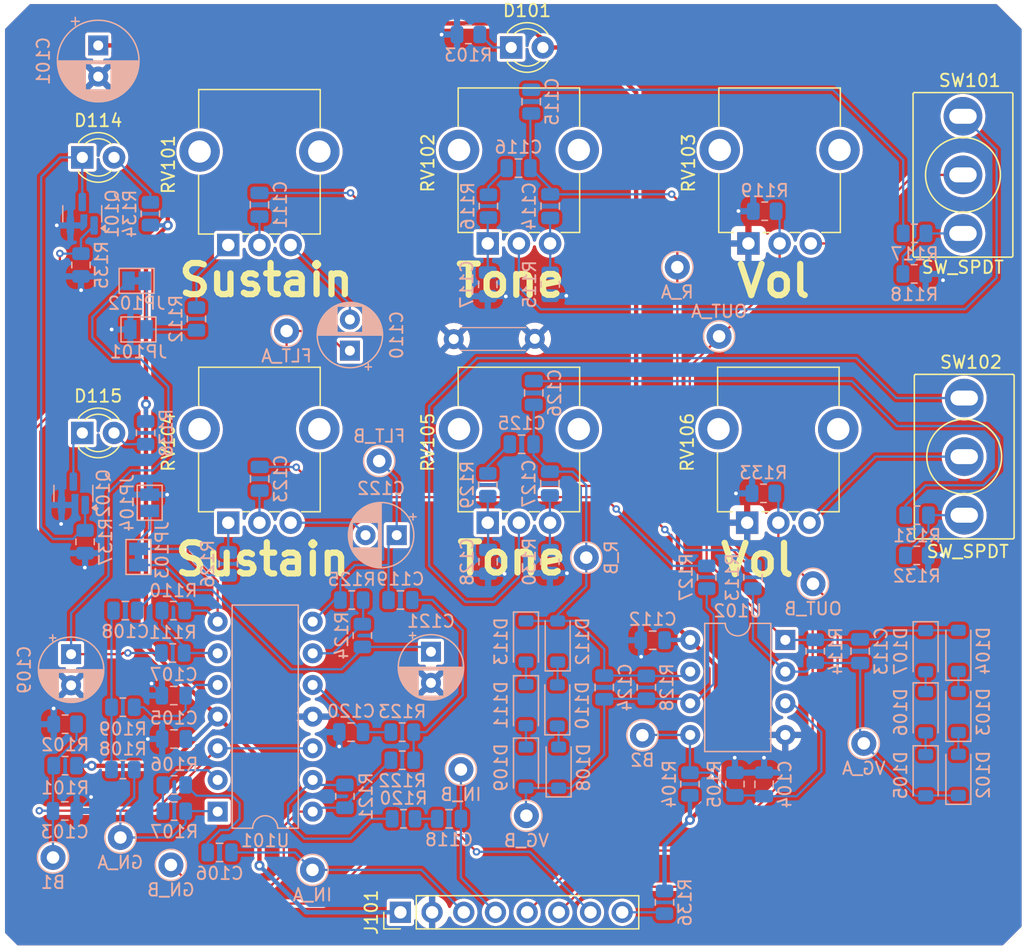
<source format=kicad_pcb>
(kicad_pcb (version 20240108) (generator "pcbnew") (generator_version "8.0")
  (layers (0 "F.Cu" signal) (31 "B.Cu" signal) (34 "B.Paste" user) (35 "F.Paste" user) (36 "B.SilkS" user "B.Silkscreen") (37 "F.SilkS" user "F.Silkscreen") (38 "B.Mask" user) (39 "F.Mask" user) (44 "Edge.Cuts" user))
  (net 0 "")
  (net 1 "/Bias1")
  (net 2 "/Bias2")
  (net 3 "Net-(C106-Pad1)")
  (net 4 "FX_IN_A")
  (net 5 "Net-(C108-Pad1)")
  (net 6 "+9V")
  (net 7 "Net-(JP102-A)")
  (net 8 "Net-(C110-Pad2)")
  (net 9 "Net-(D109-K)")
  (net 10 "Net-(C111-Pad2)")
  (net 11 "Net-(C111-Pad1)")
  (net 12 "/RAW_A")
  (net 13 "/FLT_A")
  (net 14 "/HP_A")
  (net 15 "Net-(C115-Pad2)")
  (net 16 "Net-(C116-Pad2)")
  (net 17 "/LP_A")
  (net 18 "Net-(C118-Pad1)")
  (net 19 "FX_IN_B")
  (net 20 "Net-(C119-Pad1)")
  (net 21 "/VGND_A")
  (net 22 "Net-(U101C-+)")
  (net 23 "GND")
  (net 24 "Net-(U101B-+)")
  (net 25 "Net-(D105-K)")
  (net 26 "Net-(JP103-A)")
  (net 27 "Net-(C122-Pad2)")
  (net 28 "Net-(D101-K)")
  (net 29 "Net-(D102-A)")
  (net 30 "Net-(C123-Pad2)")
  (net 31 "Net-(C123-Pad1)")
  (net 32 "/RAW_B")
  (net 33 "/FLT_B")
  (net 34 "Net-(C125-Pad2)")
  (net 35 "Net-(U101A--)")
  (net 36 "Net-(U101B--)")
  (net 37 "Net-(C126-Pad2)")
  (net 38 "/HP_B")
  (net 39 "/LP_B")
  (net 40 "Net-(D103-A)")
  (net 41 "Net-(D106-K)")
  (net 42 "Net-(D108-A)")
  (net 43 "Net-(D110-A)")
  (net 44 "Net-(D111-K)")
  (net 45 "Net-(D114-K)")
  (net 46 "Net-(D114-A)")
  (net 47 "Net-(D115-K)")
  (net 48 "Net-(D115-A)")
  (net 49 "FX_OUT_B")
  (net 50 "FX_OUT_A")
  (net 51 "/VGND_B")
  (net 52 "Net-(JP101-B)")
  (net 53 "Net-(JP103-B)")
  (net 54 "SW_MID")
  (net 55 "/Gain_A")
  (net 56 "Net-(R112-Pad1)")
  (net 57 "/BYP_A")
  (net 58 "Net-(U101D--)")
  (net 59 "/Gain_B")
  (net 60 "Net-(U101C--)")
  (net 61 "Net-(R126-Pad1)")
  (net 62 "/BYP_B")
  (net 63 "SW_T")
  (net 64 "Net-(SW101-A)")
  (net 65 "/FULL_A")
  (net 66 "Net-(SW102-A)")
  (net 67 "/FULL_B")
  (footprint "Connector_PinHeader_2.54mm:PinHeader_1x08_P2.54mm_Vertical" (layer "F.Cu") (at 36.2 -1.65 90)
    (property "Reference" "J101")
    (property "Value" "IO")
  )
  (footprint "PCM_4ms_Switch:Switch_Toggle_SPDT_Mini_SolderLug" (layer "F.Cu") (at 81.4 -38.2)
    (property "Reference" "SW102")
    (property "Value" "SW_SPDT")
  )
  (footprint "Potentiometer_THT:Potentiometer_Alpha_RD901F-40-00D_Single_Vertical_CircularHoles" (layer "F.Cu") (at 43.2 -32.9 90)
    (property "Reference" "RV105")
    (property "Value" "10kB")
  )
  (footprint "Potentiometer_THT:Potentiometer_Alpha_RD901F-40-00D_Single_Vertical_CircularHoles" (layer "F.Cu") (at 43.2 -55.3 90)
    (property "Reference" "RV102")
    (property "Value" "10kB")
  )
  (footprint "PCM_4ms_Switch:Switch_Toggle_SPDT_Mini_SolderLug" (layer "F.Cu") (at 81.3 -60.8)
    (property "Reference" "SW101")
    (property "Value" "SW_SPDT")
  )
  (footprint "LED_THT:LED_D3.0mm" (layer "F.Cu") (at 10.7 -40.1)
    (property "Reference" "D115")
    (property "Value" "GREEN")
  )
  (footprint "Potentiometer_THT:Potentiometer_Alpha_RD901F-40-00D_Single_Vertical_CircularHoles" (layer "F.Cu") (at 22.4 -55.175 90)
    (property "Reference" "RV101")
    (property "Value" "10kB")
  )
  (footprint "Potentiometer_THT:Potentiometer_Alpha_RD901F-40-00D_Single_Vertical_CircularHoles" (layer "F.Cu") (at 64.1 -55.3 90)
    (property "Reference" "RV103")
    (property "Value" "100kA")
  )
  (footprint "Potentiometer_THT:Potentiometer_Alpha_RD901F-40-00D_Single_Vertical_CircularHoles" (layer "F.Cu") (at 64 -32.9 90)
    (property "Reference" "RV106")
    (property "Value" "100kA")
  )
  (footprint "Potentiometer_THT:Potentiometer_Alpha_RD901F-40-00D_Single_Vertical_CircularHoles" (layer "F.Cu") (at 22.4 -32.9 90)
    (property "Reference" "RV104")
    (property "Value" "10kB")
  )
  (footprint "LED_THT:LED_D3.0mm" (layer "F.Cu") (at 10.7 -62.2)
    (property "Reference" "D114")
    (property "Value" "BLUE")
  )
  (footprint "LED_THT:LED_D3.0mm" (layer "F.Cu") (at 45.08 -71.0184)
    (property "Reference" "D101")
    (property "Value" "RED")
  )
  (footprint "Resistor_SMD:R_0805_2012Metric" (layer "B.Cu") (at 9.3218 -13.4112)
    (property "Reference" "R101")
    (property "Value" "220k")
  )
  (footprint "Resistor_SMD:R_0805_2012Metric" (layer "B.Cu") (at 59.4106 -11.938 -90)
    (property "Reference" "R104")
    (property "Value" "820k")
  )
  (footprint "TestPoint:TestPoint_THTPad_D2.0mm_Drill1.0mm_VAL" (layer "B.Cu") (at 17.8 -5.45 180)
    (property "Reference" "TP109" (hide yes))
    (property "Value" "GN_B")
  )
  (footprint "Resistor_SMD:R_0805_2012Metric" (layer "B.Cu") (at 77.4192 -56.1086)
    (property "Reference" "R117")
    (property "Value" "47k")
  )
  (footprint "TestPoint:TestPoint_THTPad_D2.0mm_Drill1.0mm_VAL" (layer "B.Cu") (at 55.6 -15.85 180)
    (property "Reference" "TP105" (hide yes))
    (property "Value" "B2")
  )
  (footprint "Capacitor_SMD:C_0805_2012Metric" (layer "B.Cu") (at 65.3542 -11.9126 90)
    (property "Reference" "C104")
    (property "Value" "220n")
  )
  (footprint "Resistor_SMD:R_0805_2012Metric" (layer "B.Cu") (at 36.45 -9.15 180)
    (property "Reference" "R120")
    (property "Value" "56k")
  )
  (footprint "Diode_SMD:D_SOD-123" (layer "B.Cu") (at 46.267 -23.372399 -90)
    (property "Reference" "D113")
    (property "Value" "1N4148")
  )
  (footprint "Capacitor_SMD:C_0805_2012Metric" (layer "B.Cu") (at 21.7 -6.45)
    (property "Reference" "C106")
    (property "Value" "150n")
  )
  (footprint "Capacitor_SMD:C_0805_2012Metric" (layer "B.Cu") (at 52.5408 -19.689399 90)
    (property "Reference" "C124")
    (property "Value" "330p")
  )
  (footprint "Resistor_SMD:R_0805_2012Metric" (layer "B.Cu") (at 60.7568 -28.5242 -90)
    (property "Reference" "R127")
    (property "Value" "8k2")
  )
  (footprint "Resistor_SMD:R_0805_2012Metric" (layer "B.Cu") (at 65.405 -57.8866 180)
    (property "Reference" "R119")
    (property "Value" "100k")
  )
  (footprint "Capacitor_THT:CP_Radial_D5.0mm_P2.50mm" (layer "B.Cu") (at 38.65 -22.55 -90)
    (property "Reference" "C121")
    (property "Value" "10u")
  )
  (footprint "Resistor_SMD:R_0805_2012Metric" (layer "B.Cu") (at 32.3 -26.7 180)
    (property "Reference" "R125")
    (property "Value" "560k")
  )
  (footprint "Diode_SMD:D_SOD-123" (layer "B.Cu") (at 80.931 -22.619998 90)
    (property "Reference" "D104")
    (property "Value" "1N4148")
  )
  (footprint "TestPoint:TestPoint_THTPad_D2.0mm_Drill1.0mm_VAL" (layer "B.Cu") (at 51.1 -30.1 -90)
    (property "Reference" "TP113" (hide yes))
    (property "Value" "R_B")
  )
  (footprint "Resistor_SMD:R_0805_2012Metric" (layer "B.Cu") (at 22.4 -29.6 -90)
    (property "Reference" "R126")
    (property "Value" "47R")
  )
  (footprint "Resistor_SMD:R_0805_2012Metric" (layer "B.Cu") (at 48.2092 -52.0192 -90)
    (property "Reference" "R115")
    (property "Value" "1k2")
  )
  (footprint "Capacitor_THT:CP_Radial_D5.0mm_P2.50mm" (layer "B.Cu") (at 9.8 -22.355113 -90)
    (property "Reference" "C109")
    (property "Value" "10u")
  )
  (footprint "Resistor_SMD:R_0805_2012Metric" (layer "B.Cu") (at 18.07 -11.865 180)
    (property "Reference" "R106")
    (property "Value" "56k")
  )
  (footprint "Diode_SMD:D_SOD-123" (layer "B.Cu") (at 48.807 -23.372398 90)
    (property "Reference" "D112")
    (property "Value" "1N4148")
  )
  (footprint "TestPoint:TestPoint_THTPad_D2.0mm_Drill1.0mm_VAL" (layer "B.Cu") (at 13.75 -7.65 180)
    (property "Reference" "TP101" (hide yes))
    (property "Value" "GN_A")
  )
  (footprint "Diode_SMD:D_SOD-123" (layer "B.Cu") (at 78.306 -12.644999 -90)
    (property "Reference" "D105")
    (property "Value" "1N4148")
  )
  (footprint "Capacitor_SMD:C_0805_2012Metric" (layer "B.Cu") (at 32.25 -16.1 180)
    (property "Reference" "C120")
    (property "Value" "10n")
  )
  (footprint "Capacitor_SMD:C_0805_2012Metric" (layer "B.Cu") (at 45.9232 -39.1922 180)
    (property "Reference" "C125")
    (property "Value" "1u")
  )
  (footprint "Capacitor_SMD:C_0805_2012Metric" (layer "B.Cu") (at 43.2308 -29.7688 -90)
    (property "Reference" "C128")
    (property "Value" "100n")
  )
  (footprint "Diode_SMD:D_SOD-123" (layer "B.Cu") (at 48.8832 -13.263199 90)
    (property "Reference" "D108")
    (property "Value" "1N4148")
  )
  (footprint "Package_TO_SOT_SMD:SOT-23" (layer "B.Cu") (at 10.6934 -57.6834 90)
    (property "Reference" "Q101")
    (property "Value" "2N7002")
  )
  (footprint "Capacitor_SMD:C_0805_2012Metric" (layer "B.Cu") (at 48.1838 -36.0426 -90)
    (property "Reference" "C127")
    (property "Value" "100n")
  )
  (footprint "Resistor_SMD:R_0805_2012Metric" (layer "B.Cu") (at 33.15 -23.85 -90)
    (property "Reference" "R124")
    (property "Value" "62k")
  )
  (footprint "Jumper:SolderJumper-2_P1.3mm_Bridged_Pad1.0x1.5mm" (layer "B.Cu") (at 15.05 -52.3)
    (property "Reference" "JP102")
    (property "Value" "FAC_A")
  )
  (footprint "Resistor_SMD:R_0805_2012Metric" (layer "B.Cu") (at 48.1838 -29.7688 -90)
    (property "Reference" "R130")
    (property "Value" "1k2")
  )
  (footprint "Capacitor_THT:CP_Radial_D5.0mm_P2.50mm" (layer "B.Cu") (at 32.15 -46.7 90)
    (property "Reference" "C110")
    (property "Value" "10u")
  )
  (footprint "Capacitor_SMD:C_0805_2012Metric" (layer "B.Cu") (at 46.8884 -43.307 90)
    (property "Reference" "C126")
    (property "Value" "150n")
  )
  (footprint "Diode_SMD:D_SOD-123" (layer "B.Cu") (at 48.7816 -18.241598 90)
    (property "Reference" "D110")
    (property "Value" "1N4148")
  )
  (footprint "Capacitor_SMD:C_0805_2012Metric" (layer "B.Cu") (at 43.2054 -52.0192 -90)
    (property "Reference" "C117")
    (property "Value" "100n")
  )
  (footprint "Capacitor_SMD:C_0805_2012Metric" (layer "B.Cu") (at 46.6852 -66.675 90)
    (property "Reference" "C115")
    (property "Value" "150n")
  )
  (footprint "Package_DIP:DIP-8_W7.62mm" (layer "B.Cu") (at 67.056 -23.494999 180)
    (property "Reference" "U102")
    (property "Value" "RC4558")
  )
  (footprint "TestPoint:TestPoint_THTPad_D2.0mm_Drill1.0mm_VAL" (layer "B.Cu") (at 73.35 -15.2 180)
    (property "Reference" "TP106" (hide yes))
    (property "Value" "VG_A")
  )
  (footprint "Resistor_SMD:R_0805_2012Metric" (layer "B.Cu") (at 43.2562 -58.293 -90)
    (property "Reference" "R116")
    (property "Value" "6k8")
  )
  (footprint "Resistor_SMD:R_0805_2012Metric" (layer "B.Cu") (at 65.3034 -35.2552 180)
    (property "Reference" "R133")
    (property "Value" "100k")
  )
  (footprint "Jumper:SolderJumper-2_P1.3mm_Open_Pad1.0x1.5mm" (layer "B.Cu") (at 16.1 -34.5 -90)
    (property "Reference" "JP104")
    (property "Value" "MOD_B")
  )
  (footprint "Resistor_SMD:R_0805_2012Metric" (layer "B.Cu") (at 64.4652 -28.5242 -90)
    (property "Reference" "R113")
    (property "Value" "8k2")
  )
  (footprint "Resistor_SMD:R_0805_2012Metric" (layer "B.Cu") (at 18.07 -9.765)
    (property "Reference" "R107")
    (property "Value" "330k")
  )
  (footprint "Capacitor_SMD:C_0805_2012Metric" (layer "B.Cu") (at 24.9 -58.4 90)
    (property "Reference" "C111")
    (property "Value" "1u")
  )
  (footprint "Diode_SMD:D_SOD-123" (layer "B.Cu") (at 46.267 -13.263199 -90)
    (property "Reference" "D109")
    (property "Value" "1N4148")
  )
  (footprint "Resistor_SMD:R_0805_2012Metric" (layer "B.Cu") (at 19.85 -49.25 -90)
    (property "Reference" "R112")
    (property "Value" "47R")
  )
  (footprint "Resistor_SMD:R_0805_2012Metric" (layer "B.Cu") (at 77.3938 -52.8574)
    (property "Reference" "R118")
    (property "Value" "47k")
  )
  (footprint "Resistor_SMD:R_0805_2012Metric" (layer "B.Cu") (at 77.6224 -33.5026)
    (property "Reference" "R131")
    (property "Value" "47k")
  )
  (footprint "Diode_SMD:D_SOD-123" (layer "B.Cu") (at 80.931 -12.669999 90)
    (property "Reference" "D102")
    (property "Value" "1N4148")
  )
  (footprint "Resistor_SMD:R_0805_2012Metric" (layer "B.Cu") (at 10.5918 -53.5686 90)
    (property "Reference" "R135")
    (property "Value" "47k")
  )
  (footprint "Capacitor_SMD:C_0805_2012Metric" (layer "B.Cu") (at 36.2 -26.7 180)
    (property "Reference" "C119")
    (property "Value" "4n7")
  )
  (footprint "Resistor_SMD:R_0805_2012Metric" (layer "B.Cu") (at 69.456 -22.594999 90)
    (property "Reference" "R114")
    (property "Value" "470k")
  )
  (footprint "Capacitor_SMD:C_0805_2012Metric" (layer "B.Cu") (at 9.2964 -9.779)
    (property "Reference" "C103")
    (property "Value" "10u")
  )
  (footprint "TestPoint:TestPoint_THTPad_D2.0mm_Drill1.0mm_VAL" (layer "B.Cu") (at 34.5 -37.85)
    (property "Reference" "TP111" (hide yes))
    (property "Value" "FLT_B")
  )
  (footprint "Resistor_SMD:R_0805_2012Metric" (layer "B.Cu") (at 63.0174 -11.938 -90)
    (property "Reference" "R105")
    (property "Value" "1M")
  )
  (footprint "Resistor_SMD:R_0805_2012Metric" (layer "B.Cu") (at 10.922 -31.369 90)
    (property "Reference" "R137")
    (property "Value" "47k")
  )
  (footprint "Diode_SMD:D_SOD-123" (layer "B.Cu") (at 78.306 -17.694999 -90)
    (property "Reference" "D106")
    (property "Value" "1N4148")
  )
  (footprint "Capacitor_SMD:C_0805_2012Metric" (layer "B.Cu") (at 56.427 -23.473999 180)
    (property "Reference" "C112")
    (property "Value" "100n")
  )
  (footprint "TestPoint:TestPoint_THTPad_D2.0mm_Drill1.0mm_VAL" (layer "B.Cu") (at 58.4 -53.4 180)
    (property "Reference" "TP103" (hide yes))
    (property "Value" "R_A")
  )
  (footprint "Resistor_SMD:R_0805_2012Metric" (layer "B.Cu") (at 15.7734 -40.1066 90)
    (property "Reference" "R138")
    (property "Value" "3k3")
  )
  (footprint "TestPoint:TestPoint_THTPad_D2.0mm_Drill1.0mm_VAL" (layer "B.Cu") (at 69.275 -28 180)
    (property "Reference" "TP114" (hide yes))
    (property "Value" "OUT_B")
  )
  (footprint "Resistor_SMD:R_0805_2012Metric" (layer "B.Cu") (at 16.1544 -57.6834 -90)
    (property "Reference" "R134")
    (property "Value" "3k3")
  )
  (footprint "TestPoint:TestPoint_THTPad_D2.0mm_Drill1.0mm_VAL" (layer "B.Cu") (at 27.075 -48.275 180)
    (property "Reference" "TP102" (hide yes))
    (property "Value" "FLT_A")
  )
  (footprint "Resistor_SMD:R_0805_2012Metric" (layer "B.Cu") (at 36.35 -13.85)
    (property "Reference" "R122")
    (property "Value" "10k")
  )
  (footprint "Capacitor_SMD:C_0805_2012Metric" (layer "B.Cu") (at 18.05 -15.55 180)
    (property "Reference" "C105")
    (property "Value" "100n")
  )
  (footprint "Capacitor_THT:CP_Radial_D6.3mm_P2.50mm" (layer "B.Cu") (at 11.975 -71.18238 -90)
    (property "Reference" "C101")
    (property "Value" "100u")
  )
  (footprint "TestPoint:TestPoint_THTPad_D2.0mm_Drill1.0mm_VAL" (layer "B.Cu") (at 8.35 -6.05 180)
    (property "Reference" "TP104" (hide yes))
    (property "Value" "B1")
  )
  (footprint "Capacitor_SMD:C_0805_2012Metric" (layer "B.Cu") (at 40.1 -9.15)
    (property "Reference" "C118")
    (property "Value" "150n")
  )
  (footprint "Package_TO_SOT_SMD:SOT-23" (layer "B.Cu") (at 9.9822 -35.2552 90)
    (property "Reference" "Q102")
    (property "Value" "2N7002")
  )
  (footprint "Jumper:SolderJumper-2_P1.3mm_Bridged_Pad1.0x1.5mm" (layer "B.Cu") (at 15.2 -30.15 90)
    (property "Reference" "JP103")
    (property "Value" "FAC_B")
  )
  (footprint "Resistor_SMD:R_0805_2012Metric" (layer "B.Cu") (at 31.75 -10.95 -90)
    (property "Reference" "R121")
    (property "Value" "330k")
  )
  (footprint "Capacitor_THT:CP_Radial_D5.0mm_P2.50mm" (layer "B.Cu") (at 35.905113 -31.9 180)
    (property "Reference" "C122")
    (property "Value" "10u")
  )
  (footprint "Capacitor_SMD:C_0805_2012Metric" (layer "B.Cu") (at 24.9174 -36.4236 90)
    (property "Reference" "C123")
    (property "Value" "1u")
  )
  (footprint "Package_DIP:DIP-14_W7.62mm" (layer "B.Cu") (at 21.55 -9.725)
    (property "Reference" "U101")
    (property "Value" "LM324")
  )
  (footprint "Resistor_SMD:R_0805_2012Metric" (layer "B.Cu") (at 17.95 -22.45 180)
    (property "Reference" "R111")
    (property "Value" "62k")
  )
  (footprint "Jumper:SolderJumper-2_P1.3mm_Open_Pad1.0x1.5mm" (layer "B.Cu") (at 15.2 -48.4)
    (property "Reference" "JP101")
    (property "Value" "MOD_A")
  )
  (footprint "TestPoint:TestPoint_THTPad_D2.0mm_Drill1.0mm_VAL" (layer "B.Cu") (at 29.15 -5.05 180)
    (property "Reference" "TP107" (hide yes))
    (property "Value" "IN_A")
  )
  (footprint "Capacitor_SMD:C_0805_2012Metric" (layer "B.Cu") (at 45.6692 -61.341 180)
    (property "Reference" "C116")
    (property "Value" "1u")
  )
  (footprint "TestPoint:TestPoint_THTPad_D2.0mm_Drill1.0mm_VAL" (layer "B.Cu") (at 46.3 -9.4 180)
    (property "Reference" "TP110" (hide yes))
    (property "Value" "VG_B")
  )
  (footprint "Connector:THT_GND_WIRE" (layer "B.Cu") (at 43.55 -47.65 180)
    (property "Reference" "J102" (hide yes))
    (property "Value" "ScopeGroundLoop")
  )
  (footprint "Resistor_SMD:R_0805_2012Metric" (layer "B.Cu") (at 43.2054 -35.941 -90)
    (property "Reference" "R129")
    (property "Value" "6k8")
  )
  (footprint "Resistor_SMD:R_0805_2012Metric" (layer "B.Cu") (at 77.597 -30.2768)
    (property "Reference" "R132")
    (property "Value" "47k")
  )
  (footprint "Capacitor_SMD:C_0805_2012Metric" (layer "B.Cu") (at 73.056 -22.594999 90)
    (property "Reference" "C113")
    (property "Value" "330p")
  )
  (footprint "Capacitor_SMD:C_0805_2012Metric" (layer "B.Cu") (at 18.03 -19.035 180)
    (property "Reference" "C107")
    (property "Value" "10n")
  )
  (footprint "Resistor_SMD:R_0805_2012Metric" (layer "B.Cu") (at 57.3722 -2.4456 90)
    (property "Reference" "R136")
    (property "Value" "3k3")
  )
  (footprint "TestPoint:TestPoint_THTPad_D2.0mm_Drill1.0mm_VAL" (layer "B.Cu") (at 41.05 -13.1 180)
    (property "Reference" "TP112" (hide yes))
    (property "Value" "IN_B")
  )
  (footprint "Diode_SMD:D_SOD-123" (layer "B.Cu") (at 78.306 -22.594999 -90)
    (property "Reference" "D107")
    (property "Value" "1N4148")
  )
  (footprint "Capacitor_SMD:C_0805_2012Metric" (layer "B.Cu") (at 48.2092 -58.293 -90)
    (property "Reference" "C114")
    (property "Value" "100n")
  )
  (footprint "Resistor_SMD:R_0805_2012Metric" (layer "B.Cu") (at 13.95 -13.1 180)
    (property "Reference" "R108")
    (property "Value" "10k")
  )
  (footprint "Diode_SMD:D_SOD-123" (layer "B.Cu") (at 46.267 -18.266999 -90)
    (property "Reference" "D111")
    (property "Value" "1N4148")
  )
  (footprint "Resistor_SMD:R_0805_2012Metric" (layer "B.Cu") (at 18 -25.85)
    (property "Reference" "R110")
    (property "Value" "560k")
  )
  (footprint "Resistor_SMD:R_0805_2012Metric" (layer "B.Cu") (at 13.95 -18.1)
    (property "Reference" "R109")
    (property "Value" "47k")
  )
  (footprint "Resistor_SMD:R_0805_2012Metric" (layer "B.Cu") (at 55.919 -19.689399 90)
    (property "Reference" "R128")
    (property "Value" "470k")
  )
  (footprint "Resistor_SMD:R_0805_2012Metric" (layer "B.Cu") (at 36.35 -16.1 180)
    (property "Reference" "R123")
    (property "Value" "47k")
  )
  (footprint "Diode_SMD:D_SOD-123" (layer "B.Cu") (at 80.931 -17.719999 90)
    (property "Reference" "D103")
    (property "Value" "1N4148")
  )
  (footprint "TestPoint:TestPoint_THTPad_D2.0mm_Drill1.0mm_VAL" (layer "B.Cu") (at 61.75 -47.85)
    (property "Reference" "TP108" (hide yes))
    (property "Value" "OUT_A")
  )
  (footprint "Resistor_SMD:R_0805_2012Metric" (layer "B.Cu") (at 41.651 -72.0598)
    (property "Reference" "R103")
    (property "Value" "3k3")
  )
  (footprint "Capacitor_SMD:C_0805_2012Metric" (layer "B.Cu") (at 14.15 -25.85)
    (property "Reference" "C108")
    (property "Value" "4n7")
  )
  (footprint "Resistor_SMD:R_0805_2012Metric" (layer "B.Cu") (at 9.3218 -16.7386)
    (property "Reference" "R102")
    (property "Value" "220k")
  )
  (gr_text "Tone" (at 40.5 -28.575 0) (layer "F.SilkS") (effects (font (size 2.5 2.5) (thickness 0.5) (bold yes)) (justify left bottom)))
  (gr_text "Vol" (at 61.625 -28.45 0) (layer "F.SilkS") (effects (font (size 2.5 2.5) (thickness 0.5) (bold yes)) (justify left bottom)))
  (gr_text "Sustain" (at 18.2 -50.9 0) (layer "F.SilkS") (effects (font (size 2.5 2.5) (thickness 0.5) (bold yes)) (justify left bottom)))
  (gr_text "Tone" (at 40.4 -50.85 0) (layer "F.SilkS") (effects (font (size 2.5 2.5) (thickness 0.5) (bold yes)) (justify left bottom)))
  (gr_text "Vol" (at 62.925 -50.825 0) (layer "F.SilkS") (effects (font (size 2.5 2.5) (thickness 0.5) (bold yes)) (justify left bottom)))
  (gr_text "Sustain" (at 17.9 -28.5 0) (layer "F.SilkS") (effects (font (size 2.5 2.5) (thickness 0.5) (bold yes)) (justify left bottom)))
  (segment (start 21.55 -14.804999) (end 16.545001 -9.8) (width 0.18) (layer "F.Cu") (net 1))
  (segment (start 16.545001 -9.8) (end 7.25 -9.8) (width 0.18) (layer "F.Cu") (net 1))
  (via (at 7.25 -9.8) (size 0.6) (drill 0.3) (layers "F.Cu" "B.Cu") (net 1))
  (segment (start 29.169999 -14.804999) (end 29.17 -14.805) (width 0.18) (layer "B.Cu") (net 1))
  (segment (start 8.346401 -9.779) (end 8.346401 -13.348301) (width 0.18) (layer "B.Cu") (net 1))
  (segment (start 8.346401 -13.348301) (end 8.4093 -13.4112) (width 0.18) (layer "B.Cu") (net 1))
  (segment (start 8.325401 -9.8) (end 8.346401 -9.779) (width 0.18) (layer "B.Cu") (net 1))
  (segment (start 21.55 -14.804999) (end 29.169999 -14.804999) (width 0.18) (layer "B.Cu") (net 1))
  (segment (start 8.4093 -13.6593) (end 10.2343 -15.4843) (width 0.18) (layer "B.Cu") (net 1))
  (segment (start 7.25 -9.8) (end 8.325401 -9.8) (width 0.18) (layer "B.Cu") (net 1))
  (segment (start 10.2343 -15.4843) (end 10.2343 -16.7386) (width 0.18) (layer "B.Cu") (net 1))
  (segment (start 8.346401 -6.203599) (end 8.346401 -9.779) (width 0.18) (layer "B.Cu") (net 1))
  (segment (start 8.35 -6.2) (end 8.346401 -6.203599) (width 0.18) (layer "B.Cu") (net 1))
  (segment (start 8.4093 -13.4112) (end 8.4093 -13.6593) (width 0.18) (layer "B.Cu") (net 1))
  (segment (start 8.35 -6.05) (end 8.35 -6.2) (width 0.18) (layer "B.Cu") (net 1))
  (segment (start 59.4106 -12.8505) (end 59.4106 -15.849599) (width 0.18) (layer "B.Cu") (net 2))
  (segment (start 63.0174 -11.0255) (end 65.291301 -11.0255) (width 0.18) (layer "B.Cu") (net 2))
  (segment (start 59.4106 -12.8505) (end 61.1924 -12.8505) (width 0.18) (layer "B.Cu") (net 2))
  (segment (start 69.95 -16.1) (end 67.635 -18.415) (width 0.18) (layer "B.Cu") (net 2))
  (segment (start 67.635 -18.415) (end 67.056 -18.415) (width 0.18) (layer "B.Cu") (net 2))
  (segment (start 65.3542 -10.962601) (end 67.962601 -10.962601) (width 0.18) (layer "B.Cu") (net 2))
  (segment (start 65.291301 -11.0255) (end 65.3542 -10.962601) (width 0.18) (layer "B.Cu") (net 2))
  (segment (start 59.436 -15.874999) (end 55.624999 -15.874999) (width 0.18) (layer "B.Cu") (net 2))
  (segment (start 55.624999 -15.874999) (end 55.6 -15.85) (width 0.18) (layer "B.Cu") (net 2))
  (segment (start 69.95 -12.95) (end 69.95 -16.1) (width 0.18) (layer "B.Cu") (net 2))
  (segment (start 59.4106 -15.849599) (end 59.436 -15.874999) (width 0.18) (layer "B.Cu") (net 2))
  (segment (start 67.962601 -10.962601) (end 69.95 -12.95) (width 0.18) (layer "B.Cu") (net 2))
  (segment (start 61.1924 -12.8505) (end 63.0174 -11.0255) (width 0.18) (layer "B.Cu") (net 2))
  (segment (start 23.3 -10.4) (end 23.3 -9.15) (width 0.18) (layer "B.Cu") (net 3))
  (segment (start 20.750001 -7.250001) (end 20.750001 -6.45) (width 0.18) (layer "B.Cu") (net 3))
  (segment (start 23.3 -9.15) (end 22.4 -8.25) (width 0.18) (layer "B.Cu") (net 3))
  (segment (start 18.9825 -11.865) (end 19.8475 -11) (width 0.18) (layer "B.Cu") (net 3))
  (segment (start 19.8475 -11) (end 22.7 -11) (width 0.18) (layer "B.Cu") (net 3))
  (segment (start 22.4 -8.25) (end 21.75 -8.25) (width 0.18) (layer "B.Cu") (net 3))
  (segment (start 21.75 -8.25) (end 20.750001 -7.250001) (width 0.18) (layer "B.Cu") (net 3))
  (segment (start 22.7 -11) (end 23.3 -10.4) (width 0.18) (layer "B.Cu") (net 3))
  (segment (start 38.239999 -4.689999) (end 41.279999 -1.65) (width 0.18) (layer "B.Cu") (net 4))
  (segment (start 29.15 -5.05) (end 37.879998 -5.05) (width 0.18) (layer "B.Cu") (net 4))
  (segment (start 22.649999 -6.45) (end 27.75 -6.45) (width 0.18) (layer "B.Cu") (net 4))
  (segment (start 27.75 -6.45) (end 29.15 -5.05) (width 0.18) (layer "B.Cu") (net 4))
  (segment (start 37.879998 -5.05) (end 38.239999 -4.689999) (width 0.18) (layer "B.Cu") (net 4))
  (segment (start 13.0375 -25.687499) (end 13.200001 -25.85) (width 0.18) (layer "B.Cu") (net 5))
  (segment (start 13.0375 -18.1) (end 13.0375 -13.1) (width 0.18) (layer "B.Cu") (net 5))
  (segment (start 13.0375 -18.1) (end 13.0375 -25.687499) (width 0.18) (layer "B.Cu") (net 5))
  (segment (start 61.5 -11.15) (end 59.4106 -9.0606) (width 0.35) (layer "F.Cu") (net 6))
  (segment (start 55.1 -67.4) (end 51.5 -71) (width 0.35) (layer "F.Cu") (net 6))
  (segment (start 58.45 -33.2) (end 55.1 -36.55) (width 0.35) (layer "F.Cu") (net 6))
  (segment (start 17.55 -71.2) (end 17.53238 -71.18238) (width 0.35) (layer "F.Cu") (net 6))
  (segment (start 17.55 -56.75) (end 17.55 -71.2) (width 0.35) (layer "F.Cu") (net 6))
  (segment (start 46.3 -72.95) (end 47.62 -71.63) (width 0.35) (layer "F.Cu") (net 6))
  (segment (start 17.55 -71.2) (end 36.1 -71.2) (width 0.35) (layer "F.Cu") (net 6))
  (segment (start 59.436 -23.494999) (end 61.5 -21.430999) (width 0.35) (layer "F.Cu") (net 6))
  (segment (start 17.53238 -71.18238) (end 11.975 -71.18238) (width 0.35) (layer "F.Cu") (net 6))
  (segment (start 11.45 -13.4) (end 17.6 -13.4) (width 0.35) (layer "F.Cu") (net 6))
  (segment (start 36.1 -71.2) (end 37.85 -72.95) (width 0.35) (layer "F.Cu") (net 6))
  (segment (start 17.6 -13.4) (end 21.545 -17.345) (width 0.35) (layer "F.Cu") (net 6))
  (segment (start 15.8 -23.095) (end 15.8 -42.4) (width 0.35) (layer "F.Cu") (net 6))
  (segment (start 51.25 -71) (end 51.2316 -71.0184) (width 0.35) (layer "F.Cu") (net 6))
  (segment (start 51.2316 -71.0184) (end 47.62 -71.0184) (width 0.35) (layer "F.Cu") (net 6))
  (segment (start 47.62 -71.63) (end 47.62 -71.0184) (width 0.35) (layer "F.Cu") (net 6))
  (segment (start 21.55 -17.345) (end 15.8 -23.095) (width 0.35) (layer "F.Cu") (net 6))
  (segment (start 59.436 -23.494999) (end 58.45 -24.480999) (width 0.35) (layer "F.Cu") (net 6))
  (segment (start 51.5 -71) (end 51.25 -71) (width 0.35) (layer "F.Cu") (net 6))
  (segment (start 24.9 -13.995) (end 21.55 -17.345) (width 0.35) (layer "F.Cu") (net 6))
  (segment (start 37.85 -72.95) (end 46.3 -72.95) (width 0.35) (layer "F.Cu") (net 6))
  (segment (start 55.1 -36.55) (end 55.1 -67.4) (width 0.35) (layer "F.Cu") (net 6))
  (segment (start 24.9 -5.4) (end 24.9 -13.995) (width 0.35) (layer "F.Cu") (net 6))
  (segment (start 61.5 -21.430999) (end 61.5 -11.15) (width 0.35) (layer "F.Cu") (net 6))
  (segment (start 21.545 -17.345) (end 21.55 -17.345) (width 0.35) (layer "F.Cu") (net 6))
  (segment (start 58.45 -24.480999) (end 58.45 -33.2) (width 0.35) (layer "F.Cu") (net 6))
  (segment (start 15.8 -55) (end 17.55 -56.75) (width 0.35) (layer "F.Cu") (net 6))
  (segment (start 15.8 -42.4) (end 15.8 -55) (width 0.35) (layer "F.Cu") (net 6))
  (via (at 59.4106 -9.0606) (size 0.8) (drill 0.4) (layers "F.Cu" "B.Cu") (net 6))
  (via (at 17.55 -56.75) (size 0.8) (drill 0.4) (layers "F.Cu" "B.Cu") (net 6))
  (via (at 15.8 -42.4) (size 0.8) (drill 0.4) (layers "F.Cu" "B.Cu") (net 6))
  (via (at 11.45 -13.4) (size 0.8) (drill 0.4) (layers "F.Cu" "B.Cu") (net 6))
  (via (at 24.9 -5.4) (size 0.8) (drill 0.4) (layers "F.Cu" "B.Cu") (net 6))
  (segment (start 16.1753 -56.75) (end 16.1544 -56.7709) (width 0.35) (layer "B.Cu") (net 6))
  (segment (start 11.4388 -13.4112) (end 11.45 -13.4) (width 0.35) (layer "B.Cu") (net 6))
  (segment (start 10.2343 -13.4112) (end 11.4388 -13.4112) (width 0.35) (layer "B.Cu") (net 6))
  (segment (start 15.8 -42.4) (end 15.8 -41.0457) (width 0.35) (layer "B.Cu") (net 6))
  (segment (start 36.2 -1.65) (end 28.65 -1.65) (width 0.35) (layer "B.Cu") (net 6))
  (segment (start 57.3722 -3.3581) (end 57.3722 -7.0222) (width 0.35) (layer "B.Cu") (net 6))
  (segment (start 57.398 -23.494999) (end 57.377 -23.473999) (width 0.35) (layer "B.Cu") (net 6))
  (segment (start 28.65 -1.65) (end 24.9 -5.4) (width 0.35) (layer "B.Cu") (net 6))
  (segment (start 57.3722 -7.0222) (end 59.4106 -9.0606) (width 0.35) (layer "B.Cu") (net 6))
  (segment (start 19 -15.55) (end 19.755 -15.55) (width 0.35) (layer "B.Cu") (net 6))
  (segment (start 59.436 -23.494999) (end 57.398 -23.494999) (width 0.35) (layer "B.Cu") (net 6))
  (segment (start 59.4106 -9.0606) (end 59.4106 -11.0255) (width 0.35) (layer "B.Cu") (net 6))
  (segment (start 19.755 -15.55) (end 21.55 -17.345) (width 0.35) (layer "B.Cu") (net 6))
  (segment (start 15.8 -41.0457) (end 15.7734 -41.0191) (width 0.35) (layer "B.Cu") (net 6))
  (segment (start 17.55 -56.75) (end 16.1753 -56.75) (width 0.35) (layer "B.Cu") (net 6))
  (segment (start 13.95 -22.45) (end 13.855113 -22.355113) (width 0.18) (layer "F.Cu") (net 7))
  (segment (start 13.855113 -22.355113) (end 9.8 -22.355113) (width 0.18) (layer "F.Cu") (net 7))
  (segment (start 14.35 -22.45) (end 13.95 -22.45) (width 0.18) (layer "F.Cu") (net 7))
  (via (at 14.35 -22.45) (size 0.6) (drill 0.3) (layers "F.Cu" "B.Cu") (net 7))
  (segment (start 17.6 -43.8) (end 15.35 -46.05) (width 0.18) (layer "B.Cu") (net 7))
  (segment (start 9.8 -22.355113) (end 9.8 -25.65) (width 0.18) (layer "B.Cu") (net 7))
  (segment (start 17.6 -38.35) (end 17.6 -43.8) (width 0.18) (layer "B.Cu") (net 7))
  (segment (start 13.2 -46.05) (end 11.5 -47.75) (width 0.18) (layer "B.Cu") (net 7))
  (segment (start 17.0375 -22.45) (end 14.35 -22.45) (width 0.18) (layer "B.Cu") (net 7))
  (segment (start 14.400001 -52.3) (end 14.4 -52.3) (width 0.18) (layer "B.Cu") (net 7))
  (segment (start 15.35 -46.05) (end 13.2 -46.05) (width 0.18) (layer "B.Cu") (net 7))
  (segment (start 14.6 -37.1) (end 16.35 -37.1) (width 0.18) (layer "B.Cu") (net 7))
  (segment (start 12.8 -35.3) (end 14.6 -37.1) (width 0.18) (layer "B.Cu") (net 7))
  (segment (start 12.8 -28.65) (end 12.8 -35.3) (width 0.18) (layer "B.Cu") (net 7))
  (segment (start 9.8 -25.65) (end 12.8 -28.65) (width 0.18) (layer "B.Cu") (net 7))
  (segment (start 16.35 -37.1) (end 17.6 -38.35) (width 0.18) (layer "B.Cu") (net 7))
  (segment (start 11.5 -47.75) (end 11.5 -49.4) (width 0.18) (layer "B.Cu") (net 7))
  (segment (start 14.4 -52.3) (end 11.5 -49.4) (width 0.18) (layer "B.Cu") (net 7))
  (segment (start 32.15 -49.2) (end 32.15 -50.425) (width 0.18) (layer "B.Cu") (net 8))
  (segment (start 32.15 -50.425) (end 27.4 -55.175) (width 0.18) (layer "B.Cu") (net 8))
  (segment (start 46.267 -14.913199) (end 46.267 -16.616999) (width 0.18) (layer "B.Cu") (net 9))
  (segment (start 57.4 -32.35) (end 53.9 -35.85) (width 0.18) (layer "F.Cu") (net 10))
  (segment (start 34.75 -56.8) (end 32.2 -59.35) (width 0.18) (layer "F.Cu") (net 10))
  (segment (start 41.15 -35.85) (end 34.75 -42.25) (width 0.18) (layer "F.Cu") (net 10))
  (segment (start 34.75 -42.25) (end 34.75 -56.8) (width 0.18) (layer "F.Cu") (net 10))
  (segment (start 53.9 -35.85) (end 41.15 -35.85) (width 0.18) (layer "F.Cu") (net 10))
  (via (at 57.4 -32.35) (size 0.6) (drill 0.3) (layers "F.Cu" "B.Cu") (net 10))
  (via (at 32.2 -59.35) (size 0.6) (drill 0.3) (layers "F.Cu" "B.Cu") (net 10))
  (segment (start 32.199999 -59.349999) (end 24.9 -59.349999) (width 0.18) (layer "B.Cu") (net 10))
  (segment (start 59.05 -30.7) (end 57.4 -32.35) (width 0.18) (layer "B.Cu") (net 10))
  (segment (start 64.4652 -29.4367) (end 63.2019 -30.7) (width 0.18) (layer "B.Cu") (net 10))
  (segment (start 32.2 -59.35) (end 32.199999 -59.349999) (width 0.18) (layer "B.Cu") (net 10))
  (segment (start 63.2019 -30.7) (end 59.05 -30.7) (width 0.18) (layer "B.Cu") (net 10))
  (segment (start 24.9 -55.175) (end 24.9 -57.450001) (width 0.18) (layer "B.Cu") (net 11))
  (segment (start 67.056 -23.494999) (end 67.055001 -23.494999) (width 0.18) (layer "F.Cu") (net 12))
  (segment (start 58.4 -37.2) (end 58.4 -58.8) (width 0.18) (layer "F.Cu") (net 12))
  (segment (start 60.75 -29.8) (end 60.75 -34.85) (width 0.18) (layer "F.Cu") (net 12))
  (segment (start 60.75 -34.85) (end 58.4 -37.2) (width 0.18) (layer "F.Cu") (net 12))
  (segment (start 58.4 -58.8) (end 57.95 -59.25) (width 0.18) (layer "F.Cu") (net 12))
  (segment (start 67.055001 -23.494999) (end 60.75 -29.8) (width 0.18) (layer "F.Cu") (net 12))
  (via (at 57.95 -59.25) (size 0.6) (drill 0.3) (layers "F.Cu" "B.Cu") (net 12))
  (segment (start 48.2092 -59.751) (end 48.2092 -59.242999) (width 0.18) (layer "B.Cu") (net 12))
  (segment (start 74.494998 -23.544998) (end 75.194999 -24.244999) (width 0.18) (layer "B.Cu") (net 12))
  (segment (start 46.6192 -65.659001) (end 46.6852 -65.725001) (width 0.18) (layer "B.Cu") (net 12))
  (segment (start 78.306 -24.244999) (end 78.644999 -24.244999) (width 0.18) (layer "B.Cu") (net 12))
  (segment (start 57.95 -59.25) (end 57.942999 -59.242999) (width 0.18) (layer "B.Cu") (net 12))
  (segment (start 69.4435 -23.494999) (end 69.456 -23.507499) (width 0.18) (layer "B.Cu") (net 12))
  (segment (start 46.6192 -61.341) (end 46.6192 -65.659001) (width 0.18) (layer "B.Cu") (net 12))
  (segment (start 46.6192 -61.341) (end 48.2092 -59.751) (width 0.18) (layer "B.Cu") (net 12))
  (segment (start 78.644999 -24.244999) (end 78.669998 -24.269998) (width 0.18) (layer "B.Cu") (net 12))
  (segment (start 73.018501 -23.507499) (end 73.056 -23.544998) (width 0.18) (layer "B.Cu") (net 12))
  (segment (start 69.456 -23.507499) (end 73.018501 -23.507499) (width 0.18) (layer "B.Cu") (net 12))
  (segment (start 75.194999 -24.244999) (end 78.306 -24.244999) (width 0.18) (layer "B.Cu") (net 12))
  (segment (start 57.942999 -59.242999) (end 48.2092 -59.242999) (width 0.18) (layer "B.Cu") (net 12))
  (segment (start 78.669998 -24.269998) (end 80.931 -24.269998) (width 0.18) (layer "B.Cu") (net 12))
  (segment (start 73.056 -23.544998) (end 74.494998 -23.544998) (width 0.18) (layer "B.Cu") (net 12))
  (segment (start 67.056 -23.494999) (end 69.4435 -23.494999) (width 0.18) (layer "B.Cu") (net 12))
  (segment (start 27.075 -48.275) (end 27.075 -43.375) (width 0.18) (layer "F.Cu") (net 13))
  (segment (start 21.55 -28.2) (end 19.15 -30.6) (width 0.18) (layer "F.Cu") (net 13))
  (segment (start 30.075 -48.275) (end 27.075 -48.275) (width 0.18) (layer "F.Cu") (net 13))
  (segment (start 32.15 -46.7) (end 31.7 -46.7) (width 0.18) (layer "F.Cu") (net 13))
  (segment (start 30.1 -48.3) (end 30.075 -48.275) (width 0.18) (layer "F.Cu") (net 13))
  (segment (start 19.15 -30.6) (end 19.15 -35.45) (width 0.18) (layer "F.Cu") (net 13))
  (segment (start 21.55 -24.965) (end 21.55 -28.2) (width 0.18) (layer "F.Cu") (net 13))
  (segment (start 27.075 -43.375) (end 26.2375 -42.5375) (width 0.18) (layer "F.Cu") (net 13))
  (segment (start 31.7 -46.7) (end 30.1 -48.3) (width 0.18) (layer "F.Cu") (net 13))
  (segment (start 19.15 -35.45) (end 26.2375 -42.5375) (width 0.18) (layer "F.Cu") (net 13))
  (segment (start 20.665 -25.85) (end 21.55 -24.965) (width 0.18) (layer "B.Cu") (net 13))
  (segment (start 16.449999 -27.2) (end 17.5625 -27.2) (width 0.18) (layer "B.Cu") (net 13))
  (segment (start 15.099999 -25.85) (end 16.449999 -27.2) (width 0.18) (layer "B.Cu") (net 13))
  (segment (start 18.9125 -25.85) (end 20.665 -25.85) (width 0.18) (layer "B.Cu") (net 13))
  (segment (start 17.5625 -27.2) (end 18.9125 -25.85) (width 0.18) (layer "B.Cu") (net 13))
  (segment (start 48.2092 -55.2908) (end 48.2 -55.3) (width 0.18) (layer "B.Cu") (net 14))
  (segment (start 48.2 -57.333801) (end 48.2092 -57.343001) (width 0.18) (layer "B.Cu") (net 14))
  (segment (start 48.2 -55.3) (end 48.2 -57.333801) (width 0.18) (layer "B.Cu") (net 14))
  (segment (start 48.2092 -52.9317) (end 48.2092 -55.2908) (width 0.18) (layer "B.Cu") (net 14))
  (segment (start 70.875001 -67.624999) (end 76.5067 -61.9933) (width 0.18) (layer "B.Cu") (net 15))
  (segment (start 76.5067 -61.9933) (end 76.5067 -56.1086) (width 0.18) (layer "B.Cu") (net 15))
  (segment (start 46.6852 -67.624999) (end 70.875001 -67.624999) (width 0.18) (layer "B.Cu") (net 15))
  (segment (start 43.2562 -59.878) (end 43.2562 -59.2055) (width 0.18) (layer "B.Cu") (net 16))
  (segment (start 44.7192 -61.341) (end 43.2562 -59.878) (width 0.18) (layer "B.Cu") (net 16))
  (segment (start 43.2054 -55.2946) (end 43.2 -55.3) (width 0.18) (layer "B.Cu") (net 17))
  (segment (start 43.2054 -52.969199) (end 43.2054 -55.2946) (width 0.18) (layer "B.Cu") (net 17))
  (segment (start 43.2 -57.3243) (end 43.2562 -57.3805) (width 0.18) (layer "B.Cu") (net 17))
  (segment (start 43.2 -55.3) (end 43.2 -57.3243) (width 0.18) (layer "B.Cu") (net 17))
  (segment (start 37.3625 -9.15) (end 39.150001 -9.15) (width 0.18) (layer "B.Cu") (net 18))
  (segment (start 43.82 -1.65) (end 41.049999 -4.420001) (width 0.18) (layer "B.Cu") (net 19))
  (segment (start 41.049999 -4.420001) (end 41.049999 -9.15) (width 0.18) (layer "B.Cu") (net 19))
  (segment (start 41.049999 -9.15) (end 41.049999 -13.099999) (width 0.18) (layer "B.Cu") (net 19))
  (segment (start 41.049999 -13.099999) (end 41.05 -13.1) (width 0.18) (layer "B.Cu") (net 19))
  (segment (start 37.2625 -13.85) (end 37.2625 -16.1) (width 0.18) (layer "B.Cu") (net 20))
  (segment (start 41.2 -24.25) (end 38.75 -26.7) (width 0.18) (layer "B.Cu") (net 20))
  (segment (start 38.25 -16.1) (end 41.2 -19.05) (width 0.18) (layer "B.Cu") (net 20))
  (segment (start 38.75 -26.7) (end 37.15 -26.7) (width 0.18) (layer "B.Cu") (net 20))
  (segment (start 37.2625 -16.1) (end 38.25 -16.1) (width 0.18) (layer "B.Cu") (net 20))
  (segment (start 41.2 -19.05) (end 41.2 -24.25) (width 0.18) (layer "B.Cu") (net 20))
  (segment (start 73.05 -15.45) (end 73.056 -15.456) (width 0.18) (layer "B.Cu") (net 21))
  (segment (start 78.331 -11.019999) (end 78.306 -10.994999) (width 0.18) (layer "B.Cu") (net 21))
  (segment (start 68.7285 -20.954999) (end 69.456 -21.682499) (width 0.18) (layer "B.Cu") (net 21))
  (segment (start 67.056 -20.954999) (end 68.7285 -20.954999) (width 0.18) (layer "B.Cu") (net 21))
  (segment (start 64.4652 -27.6117) (end 64.4652 -23.545799) (width 0.18) (layer "B.Cu") (net 21))
  (segment (start 69.456 -21.682499) (end 69.567501 -21.682499) (width 0.18) (layer "B.Cu") (net 21))
  (segment (start 69.567501 -21.682499) (end 69.605 -21.645) (width 0.18) (layer "B.Cu") (net 21))
  (segment (start 78.306 -10.994999) (end 77.505001 -10.994999) (width 0.18) (layer "B.Cu") (net 21))
  (segment (start 80.931 -11.019999) (end 78.331 -11.019999) (width 0.18) (layer "B.Cu") (net 21))
  (segment (start 73.056 -15.456) (end 73.056 -21.645) (width 0.18) (layer "B.Cu") (net 21))
  (segment (start 64.4652 -23.545799) (end 67.056 -20.954999) (width 0.18) (layer "B.Cu") (net 21))
  (segment (start 78.3 -10.988999) (end 78.306 -10.994999) (width 0.18) (layer "B.Cu") (net 21))
  (segment (start 69.605 -21.645) (end 73.056 -21.645) (width 0.18) (layer "B.Cu") (net 21))
  (segment (start 77.505001 -10.994999) (end 73.05 -15.45) (width 0.18) (layer "B.Cu") (net 21))
  (segment (start 33.2 -16.1) (end 35.4375 -16.1) (width 0.18) (layer "B.Cu") (net 22))
  (segment (start 29.415 -19.885) (end 29.17 -19.885) (width 0.18) (layer "B.Cu") (net 22))
  (segment (start 33.2 -16.1) (end 29.415 -19.885) (width 0.18) (layer "B.Cu") (net 22))
  (via (at 49.55 -28.85) (size 0.6) (drill 0.3) (layers "F.Cu" "B.Cu") (net 23))
  (via (at 39.5 -72.05) (size 0.6) (drill 0.3) (layers "F.Cu" "B.Cu") (net 23))
  (via (at 79.7 -52.35) (size 0.6) (drill 0.3) (layers "F.Cu" "B.Cu") (net 23))
  (via (at 9 -32.8) (size 0.6) (drill 0.3) (layers "F.Cu" "B.Cu") (net 23))
  (via (at 63.3 -57.9) (size 0.6) (drill 0.3) (layers "F.Cu" "B.Cu") (net 23))
  (via (at 65.35 -14.05) (size 0.6) (drill 0.3) (layers "F.Cu" "B.Cu") (net 23))
  (via (at 8.65 -56.75) (size 0.6) (drill 0.3) (layers "F.Cu" "B.Cu") (net 23))
  (via (at 44.65 -51.05) (size 0.6) (drill 0.3) (layers "F.Cu" "B.Cu") (net 23))
  (via (at 11.4 -10.9) (size 0.6) (drill 0.3) (layers "F.Cu" "B.Cu") (net 23))
  (via (at 15.95 -15.55) (size 0.6) (drill 0.3) (layers "F.Cu" "B.Cu") (net 23))
  (via (at 44.55 -28.8) (size 0.6) (drill 0.3) (layers "F.Cu" "B.Cu") (net 23))
  (via (at 16.25 -20) (size 0.6) (drill 0.3) (layers "F.Cu" "B.Cu") (net 23))
  (via (at 17.5 -35.15) (size 0.6) (drill 0.3) (layers "F.Cu" "B.Cu") (net 23))
  (via (at 63 -14.05) (size 0.6) (drill 0.3) (layers "F.Cu" "B.Cu") (net 23))
  (via (at 10.6 -51.55) (size 0.6) (drill 0.3) (layers "F.Cu" "B.Cu") (net 23))
  (via (at 10.9 -29.3) (size 0.6) (drill 0.3) (layers "F.Cu" "B.Cu") (net 23))
  (via (at 79.6 -30.3) (size 0.6) (drill 0.3) (layers "F.Cu" "B.Cu") (net 23))
  (via (at 63.1 -35.25) (size 0.6) (drill 0.3) (layers "F.Cu" "B.Cu") (net 23))
  (via (at 55.5 -22.15) (size 0.6) (drill 0.3) (layers "F.Cu" "B.Cu") (net 23))
  (via (at 49.5 -51.1) (size 0.6) (drill 0.3) (layers "F.Cu" "B.Cu") (net 23))
  (via (at 13.05 -48.4) (size 0.6) (drill 0.3) (layers "F.Cu" "B.Cu") (net 23))
  (via (at 8.4 -18) (size 0.6) (drill 0.3) (layers "F.Cu" "B.Cu") (net 23))
  (via (at 31.3 -14.95) (size 0.6) (drill 0.3) (layers "F.Cu" "B.Cu") (net 23))
  (segment (start 9.0322 -32.8322) (end 9 -32.8) (width 0.18) (layer "B.Cu") (net 23))
  (segment (start 8.4093 -17.9907) (end 8.4 -18) (width 0.18) (layer "B.Cu") (net 23))
  (segment (start 9.0322 -34.3177) (end 9.0322 -32.8322) (width 0.18) (layer "B.Cu") (net 23))
  (segment (start 40.7385 -72.0598) (end 39.5098 -72.0598) (width 0.18) (layer "B.Cu") (net 23))
  (segment (start 63.1052 -35.2552) (end 63.1 -35.25) (width 0.18) (layer "B.Cu") (net 23))
  (segment (start 49.5437 -28.8563) (end 49.55 -28.85) (width 0.18) (layer "B.Cu") (net 23))
  (segment (start 8.6541 -56.7459) (end 8.65 -56.75) (width 0.18) (layer "B.Cu") (net 23))
  (segment (start 79.1926 -52.8574) (end 79.7 -52.35) (width 0.18) (layer "B.Cu") (net 23))
  (segment (start 65.3542 -14.0458) (end 65.35 -14.05) (width 0.18) (layer "B.Cu") (net 23))
  (segment (start 17.1 -15.55) (end 15.95 -15.55) (width 0.18) (layer "B.Cu") (net 23))
  (segment (start 55.477 -22.173) (end 55.5 -22.15) (width 0.18) (layer "B.Cu") (net 23))
  (segment (start 63.3134 -57.8866) (end 63.3 -57.9) (width 0.18) (layer "B.Cu") (net 23))
  (segment (start 39.5098 -72.0598) (end 39.5 -72.05) (width 0.18) (layer "B.Cu") (net 23))
  (segment (start 10.5918 -51.5582) (end 10.6 -51.55) (width 0.18) (layer "B.Cu") (net 23))
  (segment (start 65.3542 -12.862599) (end 65.3542 -14.0458) (width 0.18) (layer "B.Cu") (net 23))
  (segment (start 63.0174 -14.0326) (end 63 -14.05) (width 0.18) (layer "B.Cu") (net 23))
  (segment (start 17.080001 -19.035) (end 17.080001 -19.169999) (width 0.18) (layer "B.Cu") (net 23))
  (segment (start 17.499999 -35.149999) (end 17.5 -35.15) (width 0.18) (layer "B.Cu") (net 23))
  (segment (start 78.5095 -30.2768) (end 79.5768 -30.2768) (width 0.18) (layer "B.Cu") (net 23))
  (segment (start 10.922 -29.322) (end 10.9 -29.3) (width 0.18) (layer "B.Cu") (net 23))
  (segment (start 16.1 -35.149999) (end 17.499999 -35.149999) (width 0.18) (layer "B.Cu") (net 23))
  (segment (start 43.2054 -51.069201) (end 44.630799 -51.069201) (width 0.18) (layer "B.Cu") (net 23))
  (segment (start 48.2092 -51.1067) (end 49.4933 -51.1067) (width 0.18) (layer "B.Cu") (net 23))
  (segment (start 14.550001 -48.4) (end 13.05 -48.4) (width 0.18) (layer "B.Cu") (net 23))
  (segment (start 31.3 -16.1) (end 31.3 -14.95) (width 0.18) (layer "B.Cu") (net 23))
  (segment (start 10.922 -30.4565) (end 10.922 -29.322) (width 0.18) (layer "B.Cu") (net 23))
  (segment (start 63.0174 -12.8505) (end 63.0174 -14.0326) (width 0.18) (layer "B.Cu") (net 23))
  (segment (start 49.4933 -51.1067) (end 49.5 -51.1) (width 0.18) (layer "B.Cu") (net 23))
  (segment (start 17.080001 -19.169999) (end 16.25 -20) (width 0.18) (layer "B.Cu") (net 23))
  (segment (start 10.279 -9.779) (end 11.4 -10.9) (width 0.18) (layer "B.Cu") (net 23))
  (segment (start 10.246399 -9.779) (end 10.279 -9.779) (width 0.18) (layer "B.Cu") (net 23))
  (segment (start 44.531199 -28.818801) (end 44.55 -28.8) (width 0.18) (layer "B.Cu") (net 23))
  (segment (start 78.3063 -52.8574) (end 79.1926 -52.8574) (width 0.18) (layer "B.Cu") (net 23))
  (segment (start 55.477 -23.473999) (end 55.477 -22.173) (width 0.18) (layer "B.Cu") (net 23))
  (segment (start 64.4925 -57.8866) (end 63.3134 -57.8866) (width 0.18) (layer "B.Cu") (net 23))
  (segment (start 48.1838 -28.8563) (end 49.5437 -28.8563) (width 0.18) (layer "B.Cu") (net 23))
  (segment (start 10.5918 -52.6561) (end 10.5918 -51.5582) (width 0.18) (layer "B.Cu") (net 23))
  (segment (start 9.7434 -56.7459) (end 8.6541 -56.7459) (width 0.18) (layer "B.Cu") (net 23))
  (segment (start 8.4093 -16.7386) (end 8.4093 -17.9907) (width 0.18) (layer "B.Cu") (net 23))
  (segment (start 79.5768 -30.2768) (end 79.6 -30.3) (width 0.18) (layer "B.Cu") (net 23))
  (segment (start 64.3909 -35.2552) (end 63.1052 -35.2552) (width 0.18) (layer "B.Cu") (net 23))
  (segment (start 43.2308 -28.818801) (end 44.531199 -28.818801) (width 0.18) (layer "B.Cu") (net 23))
  (segment (start 44.630799 -51.069201) (end 44.65 -51.05) (width 0.18) (layer "B.Cu") (net 23))
  (segment (start 19.829999 -19.885) (end 21.55 -19.885) (width 0.18) (layer "B.Cu") (net 24))
  (segment (start 18.979999 -19.035) (end 19.829999 -19.885) (width 0.18) (layer "B.Cu") (net 24))
  (segment (start 15.6 -18.1) (end 16.3 -17.4) (width 0.18) (layer "B.Cu") (net 24))
  (segment (start 14.8625 -18.1) (end 15.6 -18.1) (width 0.18) (layer "B.Cu") (net 24))
  (segment (start 16.3 -17.4) (end 18.5 -17.4) (width 0.18) (layer "B.Cu") (net 24))
  (segment (start 18.5 -17.4) (end 18.979999 -17.879999) (width 0.18) (layer "B.Cu") (net 24))
  (segment (start 18.979999 -17.879999) (end 18.979999 -19.035) (width 0.18) (layer "B.Cu") (net 24))
  (segment (start 78.306 -16.044999) (end 78.306 -14.294999) (width 0.18) (layer "B.Cu") (net 25))
  (segment (start 31.5 -21.15) (end 27.45 -21.15) (width 0.18) (layer "B.Cu") (net 26))
  (segment (start 17.349999 -29.500001) (end 15.2 -29.500001) (width 0.18) (layer "B.Cu") (net 26))
  (segment (start 38.2625 -22.9375) (end 38.65 -22.55) (width 0.18) (layer "B.Cu") (net 26))
  (segment (start 33.15 -22.9375) (end 33.15 -22.8) (width 0.18) (layer "B.Cu") (net 26))
  (segment (start 33.15 -22.9375) (end 38.2625 -22.9375) (width 0.18) (layer "B.Cu") (net 26))
  (segment (start 27.45 -21.15) (end 21.1 -27.5) (width 0.18) (layer "B.Cu") (net 26))
  (segment (start 19.35 -27.5) (end 17.349999 -29.500001) (width 0.18) (layer "B.Cu") (net 26))
  (segment (start 21.1 -27.5) (end 19.35 -27.5) (width 0.18) (layer "B.Cu") (net 26))
  (segment (start 33.15 -22.8) (end 31.5 -21.15) (width 0.18) (layer "B.Cu") (net 26))
  (segment (start 27.4 -32.9) (end 32.405113 -32.9) (width 0.18) (layer "B.Cu") (net 27))
  (segment (start 32.405113 -32.9) (end 33.405113 -31.9) (width 0.18) (layer "B.Cu") (net 27))
  (segment (start 45.08 -71.0184) (end 43.6049 -71.0184) (width 0.18) (layer "B.Cu") (net 28))
  (segment (start 43.6049 -71.0184) (end 42.5635 -72.0598) (width 0.18) (layer "B.Cu") (net 28))
  (segment (start 80.931 -14.319999) (end 80.931 -16.069999) (width 0.18) (layer "B.Cu") (net 29))
  (segment (start 53.5 -34) (end 52.55 -34.95) (width 0.18) (layer "F.Cu") (net 30))
  (segment (start 30.25 -34.95) (end 27.85 -37.35) (width 0.18) (layer "F.Cu") (net 30))
  (segment (start 52.55 -34.95) (end 30.25 -34.95) (width 0.18) (layer "F.Cu") (net 30))
  (via (at 53.5 -34) (size 0.6) (drill 0.3) (layers "F.Cu" "B.Cu") (net 30))
  (via (at 27.85 -37.35) (size 0.6) (drill 0.3) (layers "F.Cu" "B.Cu") (net 30))
  (segment (start 58.0633 -29.4367) (end 53.5 -34) (width 0.18) (layer "B.Cu") (net 30))
  (segment (start 60.7568 -29.4367) (end 58.0633 -29.4367) (width 0.18) (layer "B.Cu") (net 30))
  (segment (start 27.85 -37.35) (end 27.5 -37.35) (width 0.18) (layer "B.Cu") (net 30))
  (segment (start 27.5 -37.35) (end 27.476401 -37.373599) (width 0.18) (layer "B.Cu") (net 30))
  (segment (start 27.476401 -37.373599) (end 24.9174 -37.373599) (width 0.18) (layer "B.Cu") (net 30))
  (segment (start 24.9 -32.9) (end 24.9 -35.456201) (width 0.18) (layer "B.Cu") (net 31))
  (segment (start 24.9 -35.456201) (end 24.9174 -35.473601) (width 0.18) (layer "B.Cu") (net 31))
  (segment (start 46.8732 -39.1922) (end 46.8732 -38.303199) (width 0.18) (layer "B.Cu") (net 32))
  (segment (start 52.5408 -22.7408) (end 52.5408 -20.639398) (width 0.18) (layer "B.Cu") (net 32))
  (segment (start 48.807 -25.022398) (end 48.807 -25.507) (width 0.18) (layer "B.Cu") (net 32))
  (segment (start 51.1 -27.8) (end 51.1 -35.9) (width 0.18) (layer "B.Cu") (net 32))
  (segment (start 55.881501 -20.639398) (end 55.919 -20.601899) (width 0.18) (layer "B.Cu") (net 32))
  (segment (start 46.8732 -39.1922) (end 46.8732 -39.6232) (width 0.18) (layer "B.Cu") (net 32))
  (segment (start 46.8732 -39.6232) (end 46.8884 -39.6384) (width 0.18) (layer "B.Cu") (net 32))
  (segment (start 48.807 -25.507) (end 51.1 -27.8) (width 0.18) (layer "B.Cu") (net 32))
  (segment (start 48.807 -25.022398) (end 50.277602 -25.022398) (width 0.18) (layer "B.Cu") (net 32))
  (segment (start 46.8884 -39.6384) (end 46.8884 -42.357001) (width 0.18) (layer "B.Cu") (net 32))
  (segment (start 52.5408 -20.639398) (end 55.881501 -20.639398) (width 0.18) (layer "B.Cu") (net 32))
  (segment (start 59.0829 -20.601899) (end 59.436 -20.954999) (width 0.18) (layer "B.Cu") (net 32))
  (segment (start 48.806999 -25.022399) (end 48.807 -25.022398) (width 0.18) (layer "B.Cu") (net 32))
  (segment (start 52.55 -22.75) (end 52.5408 -22.7408) (width 0.18) (layer "B.Cu") (net 32))
  (segment (start 46.267 -25.022399) (end 48.806999 -25.022399) (width 0.18) (layer "B.Cu") (net 32))
  (segment (start 55.919 -20.601899) (end 59.0829 -20.601899) (width 0.18) (layer "B.Cu") (net 32))
  (segment (start 51.1 -35.9) (end 50.007401 -36.992599) (width 0.18) (layer "B.Cu") (net 32))
  (segment (start 46.8732 -38.303199) (end 48.1838 -36.992599) (width 0.18) (layer "B.Cu") (net 32))
  (segment (start 50.007401 -36.992599) (end 48.1838 -36.992599) (width 0.18) (layer "B.Cu") (net 32))
  (segment (start 50.277602 -25.022398) (end 52.55 -22.75) (width 0.18) (layer "B.Cu") (net 32))
  (segment (start 35.905113 -36.444887) (end 34.5 -37.85) (width 0.18) (layer "B.Cu") (net 33))
  (segment (start 35.905113 -31.605113) (end 35.905113 -31.9) (width 0.18) (layer "B.Cu") (net 33))
  (segment (start 35.25 -29.5) (end 35.25 -31.244887) (width 0.18) (layer "B.Cu") (net 33))
  (segment (start 35.905113 -31.9) (end 35.905113 -36.444887) (width 0.18) (layer "B.Cu") (net 33))
  (segment (start 32.55 -29.5) (end 35.25 -29.5) (width 0.18) (layer "B.Cu") (net 33))
  (segment (start 30.905 -26.7) (end 31.3875 -26.7) (width 0.18) (layer "B.Cu") (net 33))
  (segment (start 35.25 -31.244887) (end 35.905113 -31.9) (width 0.18) (layer "B.Cu") (net 33))
  (segment (start 31.3875 -28.3375) (end 32.55 -29.5) (width 0.18) (layer "B.Cu") (net 33))
  (segment (start 35.25 -26.7) (end 35.25 -29.5) (width 0.18) (layer "B.Cu") (net 33))
  (segment (start 29.17 -24.965) (end 30.905 -26.7) (width 0.18) (layer "B.Cu") (net 33))
  (segment (start 31.3875 -26.7) (end 31.3875 -28.3375) (width 0.18) (layer "B.Cu") (net 33))
  (segment (start 43.2054 -36.8535) (end 43.2054 -37.4244) (width 0.18) (layer "B.Cu") (net 34))
  (segment (start 43.2054 -37.4244) (end 44.9732 -39.1922) (width 0.18) (layer "B.Cu") (net 34))
  (segment (start 17.1575 -9.765) (end 17.1575 -11.865) (width 0.18) (layer "B.Cu") (net 35))
  (segment (start 18.3425 -13.05) (end 20.765 -13.05) (width 0.18) (layer "B.Cu") (net 35))
  (segment (start 17.1575 -11.865) (end 18.3425 -13.05) (width 0.18) (layer "B.Cu") (net 35))
  (segment (start 20.765 -13.05) (end 21.55 -12.265) (width 0.18) (layer "B.Cu") (net 35))
  (segment (start 18.8625 -22.45) (end 18.8625 -22.9375) (width 0.18) (layer "B.Cu") (net 36))
  (segment (start 21.525 -22.45) (end 21.55 -22.425) (width 0.18) (layer "B.Cu") (net 36))
  (segment (start 18.8625 -22.45) (end 21.525 -22.45) (width 0.18) (layer "B.Cu") (net 36))
  (segment (start 17.0875 -24.7125) (end 17.0875 -25.85) (width 0.18) (layer "B.Cu") (net 36))
  (segment (start 18.8625 -22.9375) (end 17.0875 -24.7125) (width 0.18) (layer "B.Cu") (net 36))
  (segment (start 82.95 -35.9) (end 84.2 -37.15) (width 0.18) (layer "B.Cu") (net 37))
  (segment (start 76 -40.65) (end 72.393001 -44.256999) (width 0.18) (layer "B.Cu") (net 37))
  (segment (start 78.3 -35.9) (end 82.95 -35.9) (width 0.18) (layer "B.Cu") (net 37))
  (segment (start 76.7099 -33.5026) (end 76.7099 -34.3099) (width 0.18) (layer "B.Cu") (net 37))
  (segment (start 84.2 -39.65) (end 83.2 -40.65) (width 0.18) (layer "B.Cu") (net 37))
  (segment (start 83.2 -40.65) (end 76 -40.65) (width 0.18) (layer "B.Cu") (net 37))
  (segment (start 76.7099 -34.3099) (end 78.3 -35.9) (width 0.18) (layer "B.Cu") (net 37))
  (segment (start 72.393001 -44.256999) (end 46.8884 -44.256999) (width 0.18) (layer "B.Cu") (net 37))
  (segment (start 84.2 -37.15) (end 84.2 -39.65) (width 0.18) (layer "B.Cu") (net 37))
  (segment (start 48.1838 -32.9162) (end 48.2 -32.9) (width 0.18) (layer "B.Cu") (net 38))
  (segment (start 48.1838 -35.092601) (end 48.1838 -32.9162) (width 0.18) (layer "B.Cu") (net 38))
  (segment (start 48.1838 -32.7838) (end 48.1838 -30.6813) (width 0.18) (layer "B.Cu") (net 38))
  (segment (start 48.2 -32.9) (end 48.2 -32.8) (width 0.18) (layer "B.Cu") (net 38))
  (segment (start 48.2 -32.8) (end 48.1838 -32.7838) (width 0.18) (layer "B.Cu") (net 38))
  (segment (start 43.2 -33) (end 43.2054 -33.0054) (width 0.18) (layer "B.Cu") (net 39))
  (segment (start 43.2308 -32.8692) (end 43.2 -32.9) (width 0.18) (layer "B.Cu") (net 39))
  (segment (start 43.2 -32.9) (end 43.2 -33) (width 0.18) (layer "B.Cu") (net 39))
  (segment (start 43.2308 -30.718799) (end 43.2308 -32.8692) (width 0.18) (layer "B.Cu") (net 39))
  (segment (start 43.2054 -33.0054) (end 43.2054 -35.0285) (width 0.18) (layer "B.Cu") (net 39))
  (segment (start 80.931 -20.969998) (end 80.931 -19.369999) (width 0.18) (layer "B.Cu") (net 40))
  (segment (start 78.306 -19.344999) (end 78.306 -20.944999) (width 0.18) (layer "B.Cu") (net 41))
  (segment (start 48.8832 -14.913199) (end 48.8832 -16.489998) (width 0.18) (layer "B.Cu") (net 42))
  (segment (start 48.8832 -16.489998) (end 48.7816 -16.591598) (width 0.18) (layer "B.Cu") (net 42))
  (segment (start 48.807 -21.722398) (end 48.807 -19.916998) (width 0.18) (layer "B.Cu") (net 43))
  (segment (start 48.807 -19.916998) (end 48.7816 -19.891598) (width 0.18) (layer "B.Cu") (net 43))
  (segment (start 46.267 -19.916999) (end 46.267 -21.722399) (width 0.18) (layer "B.Cu") (net 44))
  (segment (start 10.922 -34.3075) (end 10.9322 -34.3177) (width 0.18) (layer "B.Cu") (net 45))
  (segment (start 10.6315 -32.2815) (end 9.95 -31.6) (width 0.18) (layer "B.Cu") (net 45))
  (segment (start 7.4 -60.65) (end 8.95 -62.2) (width 0.18) (layer "B.Cu") (net 45))
  (segment (start 10.922 -32.2815) (end 10.6315 -32.2815) (width 0.18) (layer "B.Cu") (net 45))
  (segment (start 8.95 -62.2) (end 10.7 -62.2) (width 0.18) (layer "B.Cu") (net 45))
  (segment (start 10.922 -32.2815) (end 10.922 -34.3075) (width 0.18) (layer "B.Cu") (net 45))
  (segment (start 10.6934 -62.1934) (end 10.7 -62.2) (width 0.18) (layer "B.Cu") (net 45))
  (segment (start 9.95 -31.6) (end 8.35 -31.6) (width 0.18) (layer "B.Cu") (net 45))
  (segment (start 10.6934 -58.620901) (end 10.6934 -62.1934) (width 0.18) (layer "B.Cu") (net 45))
  (segment (start 7.4 -32.55) (end 7.4 -60.65) (width 0.18) (layer "B.Cu") (net 45))
  (segment (start 8.35 -31.6) (end 7.4 -32.55) (width 0.18) (layer "B.Cu") (net 45))
  (segment (start 13.24 -62.2) (end 16.1544 -59.2856) (width 0.18) (layer "B.Cu") (net 46))
  (segment (start 16.1544 -59.2856) (end 16.1544 -58.5959) (width 0.18) (layer "B.Cu") (net 46))
  (segment (start 9.9822 -36.192701) (end 9.9822 -39.3822) (width 0.18) (layer "B.Cu") (net 47))
  (segment (start 9.9822 -39.3822) (end 10.7 -40.1) (width 0.18) (layer "B.Cu") (net 47))
  (segment (start 13.24 -40.1) (end 14.1459 -39.1941) (width 0.18) (layer "B.Cu") (net 48))
  (segment (start 14.1459 -39.1941) (end 15.7734 -39.1941) (width 0.18) (layer "B.Cu") (net 48))
  (segment (start 71.25 -11.95) (end 71.25 -25.95) (width 0.18) (layer "F.Cu") (net 49))
  (segment (start 71.25 -25.95) (end 66.5 -30.7) (width 0.18) (layer "F.Cu") (net 49))
  (segment (start 48.9 -1.65) (end 50.95 -3.7) (width 0.18) (layer "F.Cu") (net 49))
  (segment (start 50.95 -3.7) (end 63 -3.7) (width 0.18) (layer "F.Cu") (net 49))
  (segment (start 66.5 -30.7) (end 66.5 -32.9) (width 0.18) (layer "F.Cu") (net 49))
  (segment (start 63 -3.7) (end 71.25 -11.95) (width 0.18) (layer "F.Cu") (net 49))
  (segment (start 66.5 -34.9711) (end 66.2159 -35.2552) (width 0.18) (layer "B.Cu") (net 49))
  (segment (start 66.5 -32.9) (end 66.5 -34.9711) (width 0.18) (layer "B.Cu") (net 49))
  (segment (start 61.3 -6.6) (end 69.25 -14.55) (width 0.18) (layer "F.Cu") (net 50))
  (segment (start 51.31 -6.6) (end 61.3 -6.6) (width 0.18) (layer "F.Cu") (net 50))
  (segment (start 61.85 -31.7) (end 61.85 -35.2) (width 0.18) (layer "F.Cu") (net 50))
  (segment (start 66.6 -52.6) (end 66.6 -55.3) (width 0.18) (layer "F.Cu") (net 50))
  (segment (start 46.36 -1.65) (end 51.31 -6.6) (width 0.18) (layer "F.Cu") (net 50))
  (segment (start 59.4 -45.4) (end 66.6 -52.6) (width 0.18) (layer "F.Cu") (net 50))
  (segment (start 59.4 -37.65) (end 59.4 -45.4) (width 0.18) (layer "F.Cu") (net 50))
  (segment (start 61.85 -35.2) (end 59.4 -37.65) (width 0.18) (layer "F.Cu") (net 50))
  (segment (start 69.25 -14.55) (end 69.25 -24.3) (width 0.18) (layer "F.Cu") (net 50))
  (segment (start 69.25 -24.3) (end 61.85 -31.7) (width 0.18) (layer "F.Cu") (net 50))
  (segment (start 66.6 -57.6041) (end 66.3175 -57.8866) (width 0.18) (layer "B.Cu") (net 50))
  (segment (start 66.6 -55.3) (end 66.6 -57.6041) (width 0.18) (layer "B.Cu") (net 50))
  (segment (start 46.267 -9.433) (end 46.3 -9.4) (width 0.18) (layer "B.Cu") (net 51))
  (segment (start 46.267 -11.613199) (end 48.8832 -11.613199) (width 0.18) (layer "B.Cu") (net 51))
  (segment (start 61.3 -19.95) (end 61.3 -25.55) (width 0.18) (layer "B.Cu") (net 51))
  (segment (start 55.919 -18.776899) (end 52.578299 -18.776899) (width 0.18) (layer "B.Cu") (net 51))
  (segment (start 59.0741 -18.776899) (end 59.436 -18.414999) (width 0.18) (layer "B.Cu") (net 51))
  (segment (start 52.55 -14.3) (end 52.5408 -14.3092) (width 0.18) (layer "B.Cu") (net 51))
  (segment (start 59.764999 -18.414999) (end 61.3 -19.95) (width 0.18) (layer "B.Cu") (net 51))
  (segment (start 60.7568 -26.0932) (end 60.7568 -27.6117) (width 0.18) (layer "B.Cu") (net 51))
  (segment (start 46.267 -11.613199) (end 46.267 -9.433) (width 0.18) (layer "B.Cu") (net 51))
  (segment (start 59.436 -18.414999) (end 59.764999 -18.414999) (width 0.18) (layer "B.Cu") (net 51))
  (segment (start 48.8832 -11.613199) (end 49.863199 -11.613199) (width 0.18) (layer "B.Cu") (net 51))
  (segment (start 49.863199 -11.613199) (end 52.55 -14.3) (width 0.18) (layer "B.Cu") (net 51))
  (segment (start 55.919 -18.776899) (end 59.0741 -18.776899) (width 0.18) (layer "B.Cu") (net 51))
  (segment (start 61.3 -25.55) (end 60.7568 -26.0932) (width 0.18) (layer "B.Cu") (net 51))
  (segment (start 52.5408 -14.3092) (end 52.5408 -18.7394) (width 0.18) (layer "B.Cu") (net 51))
  (segment (start 52.578299 -18.776899) (end 52.5408 -18.7394) (width 0.18) (layer "B.Cu") (net 51))
  (segment (start 15.849999 -52.15) (end 15.699999 -52.3) (width 0.18) (layer "B.Cu") (net 52))
  (segment (start 15.849999 -48.4) (end 19.7875 -48.4) (width 0.18) (layer "B.Cu") (net 52))
  (segment (start 15.849999 -48.4) (end 15.849999 -52.15) (width 0.18) (layer "B.Cu") (net 52))
  (segment (start 19.7875 -48.4) (end 19.85 -48.3375) (width 0.18) (layer "B.Cu") (net 52))
  (segment (start 15.2 -31.45) (end 16.1 -32.35) (width 0.18) (layer "B.Cu") (net 53))
  (segment (start 16.1 -32.35) (end 16.1 -33.850001) (width 0.18) (layer "B.Cu") (net 53))
  (segment (start 22.4 -28.6875) (end 20.7625 -28.6875) (width 0.18) (layer "B.Cu") (net 53))
  (segment (start 20.7625 -28.6875) (end 18.650001 -30.799999) (width 0.18) (layer "B.Cu") (net 53))
  (segment (start 18.650001 -30.799999) (end 15.2 -30.799999) (width 0.18) (layer "B.Cu") (net 53))
  (segment (start 15.2 -30.799999) (end 15.2 -31.45) (width 0.18) (layer "B.Cu") (net 53))
  (segment (start 30 -2.35) (end 8.6 -2.35) (width 0.18) (layer "F.Cu") (net 54))
  (segment (start 8.6 -2.35) (end 5.55 -5.4) (width 0.18) (layer "F.Cu") (net 54))
  (segment (start 5.55 -5.4) (end 5.55 -11.55) (width 0.18) (layer "F.Cu") (net 54))
  (segment (start 5.55 -11.55) (end 6.9 -12.9) (width 0.18) (layer "F.Cu") (net 54))
  (segment (start 6.9 -40.4) (end 8.9 -42.4) (width 0.18) (layer "F.Cu") (net 54))
  (segment (start 8.9 -42.4) (end 8.9 -54.5) (width 0.18) (layer "F.Cu") (net 54))
  (segment (start 6.9 -12.9) (end 6.9 -40.4) (width 0.18) (layer "F.Cu") (net 54))
  (segment (start 35.5 -7.85) (end 30 -2.35) (width 0.18) (layer "F.Cu") (net 54))
  (segment (start 40.95 -7.85) (end 35.5 -7.85) (width 0.18) (layer "F.Cu") (net 54))
  (segment (start 42.3 -6.5) (end 40.95 -7.85) (width 0.18) (layer "F.Cu") (net 54))
  (via (at 42.3 -6.5) (size 0.6) (drill 0.3) (layers "F.Cu" "B.Cu") (net 54))
  (via (at 8.9 -54.5) (size 0.6) (drill 0.3) (layers "F.Cu" "B.Cu") (net 54))
  (segment (start 46.59 -6.5) (end 42.3 -6.5) (width 0.18) (layer "B.Cu") (net 54))
  (segment (start 10.5918 -55.6943) (end 11.6434 -56.7459) (width 0.18) (layer "B.Cu") (net 54))
  (segment (start 10.5918 -54.4811) (end 10.5918 -55.6943) (width 0.18) (layer "B.Cu") (net 54))
  (segment (start 10.7311 -54.4811) (end 8.9189 -54.4811) (width 0.18) (layer "B.Cu") (net 54))
  (segment (start 51.44 -1.65) (end 46.59 -6.5) (width 0.18) (layer "B.Cu") (net 54))
  (segment (start 8.9189 -54.4811) (end 8.9 -54.5) (width 0.18) (layer "B.Cu") (net 54))
  (segment (start 10.5918 -54.4811) (end 10.7311 -54.4811) (width 0.18) (layer "B.Cu") (net 54))
  (segment (start 18.9825 -8.7825) (end 17.85 -7.65) (width 0.18) (layer "B.Cu") (net 55))
  (segment (start 18.9825 -9.765) (end 21.51 -9.765) (width 0.18) (layer "B.Cu") (net 55))
  (segment (start 21.51 -9.765) (end 21.55 -9.725) (width 0.18) (layer "B.Cu") (net 55))
  (segment (start 13.75 -7.65) (end 13.75 -9.75) (width 0.18) (layer "B.Cu") (net 55))
  (segment (start 17.85 -7.65) (end 13.75 -7.65) (width 0.18) (layer "B.Cu") (net 55))
  (segment (start 14.8625 -10.8625) (end 14.8625 -13.1) (width 0.18) (layer "B.Cu") (net 55))
  (segment (start 18.9825 -9.765) (end 18.9825 -8.7825) (width 0.18) (layer "B.Cu") (net 55))
  (segment (start 13.75 -9.75) (end 14.8625 -10.8625) (width 0.18) (layer "B.Cu") (net 55))
  (segment (start 19.85 -50.1625) (end 19.85 -52.625) (width 0.18) (layer "B.Cu") (net 56))
  (segment (start 19.85 -52.625) (end 22.4 -55.175) (width 0.18) (layer "B.Cu") (net 56))
  (segment (start 78.3317 -56.1086) (end 78.4914 -56.1086) (width 0.18) (layer "B.Cu") (net 57))
  (segment (start 78.5 -56.1) (end 81.3 -56.1) (width 0.18) (layer "B.Cu") (net 57))
  (segment (start 76.4813 -54.2582) (end 78.3317 -56.1086) (width 0.18) (layer "B.Cu") (net 57))
  (segment (start 78.4914 -56.1086) (end 78.5 -56.1) (width 0.18) (layer "B.Cu") (net 57))
  (segment (start 76.4813 -52.8574) (end 76.4813 -54.2582) (width 0.18) (layer "B.Cu") (net 57))
  (segment (start 32.2 -7.55) (end 33.8 -9.15) (width 0.18) (layer "B.Cu") (net 58))
  (segment (start 31.75 -11.8625) (end 29.5725 -11.8625) (width 0.18) (layer "B.Cu") (net 58))
  (segment (start 28.5 -7.55) (end 32.2 -7.55) (width 0.18) (layer "B.Cu") (net 58))
  (segment (start 27.2 -8.85) (end 28.5 -7.55) (width 0.18) (layer "B.Cu") (net 58))
  (segment (start 33.8 -9.15) (end 35.5375 -9.15) (width 0.18) (layer "B.Cu") (net 58))
  (segment (start 29.17 -12.265) (end 27.2 -10.295) (width 0.18) (layer "B.Cu") (net 58))
  (segment (start 29.5725 -11.8625) (end 29.17 -12.265) (width 0.18) (layer "B.Cu") (net 58))
  (segment (start 27.2 -10.295) (end 27.2 -8.85) (width 0.18) (layer "B.Cu") (net 58))
  (segment (start 17.8 -5.45) (end 19.4 -3.85) (width 0.18) (layer "F.Cu") (net 59))
  (segment (start 26.85 -4.8) (end 26.85 -8.55) (width 0.18) (layer "F.Cu") (net 59))
  (segment (start 26.85 -8.55) (end 28.025 -9.725) (width 0.18) (layer "F.Cu") (net 59))
  (segment (start 25.9 -3.85) (end 26.85 -4.8) (width 0.18) (layer "F.Cu") (net 59))
  (segment (start 28.025 -9.725) (end 29.17 -9.725) (width 0.18) (layer "F.Cu") (net 59))
  (segment (start 19.4 -3.85) (end 25.9 -3.85) (width 0.18) (layer "F.Cu") (net 59))
  (segment (start 31.75 -10.0375) (end 31.75 -10.1625) (width 0.18) (layer "B.Cu") (net 59))
  (segment (start 29.4825 -10.0375) (end 29.17 -9.725) (width 0.18) (layer "B.Cu") (net 59))
  (segment (start 31.75 -10.0375) (end 29.4825 -10.0375) (width 0.18) (layer "B.Cu") (net 59))
  (segment (start 31.75 -10.1625) (end 35.4375 -13.85) (width 0.18) (layer "B.Cu") (net 59))
  (segment (start 33.15 -24.7625) (end 33.15 -25.1) (width 0.18) (layer "B.Cu") (net 60))
  (segment (start 33.15 -25.1) (end 33.2125 -25.1625) (width 0.18) (layer "B.Cu") (net 60))
  (segment (start 33.2125 -25.1625) (end 33.2125 -26.7) (width 0.18) (layer "B.Cu") (net 60))
  (segment (start 30.8125 -22.425) (end 33.15 -24.7625) (width 0.18) (layer "B.Cu") (net 60))
  (segment (start 29.17 -22.425) (end 30.8125 -22.425) (width 0.18) (layer "B.Cu") (net 60))
  (segment (start 22.4 -32.9) (end 22.4 -30.5125) (width 0.18) (layer "B.Cu") (net 61))
  (segment (start 78.5349 -33.5026) (end 81.3974 -33.5026) (width 0.18) (layer "B.Cu") (net 62))
  (segment (start 76.6845 -30.2768) (end 76.6845 -30.3345) (width 0.18) (layer "B.Cu") (net 62))
  (segment (start 78.5349 -32.1849) (end 78.5349 -33.5026) (width 0.18) (layer "B.Cu") (net 62))
  (segment (start 81.3974 -33.5026) (end 81.4 -33.5) (width 0.18) (layer "B.Cu") (net 62))
  (segment (start 76.6845 -30.3345) (end 78.5349 -32.1849) (width 0.18) (layer "B.Cu") (net 62))
  (segment (start 53.980001 -1.65) (end 57.2553 -1.65) (width 0.18) (layer "B.Cu") (net 63))
  (segment (start 57.2553 -1.65) (end 57.3722 -1.5331) (width 0.18) (layer "B.Cu") (net 63))
  (segment (start 84 -62.8) (end 84 -52.55) (width 0.18) (layer "B.Cu") (net 64))
  (segment (start 45.7 -51.775) (end 45.7 -55.3) (width 0.18) (layer "B.Cu") (net 64))
  (segment (start 47.45 -50.025) (end 45.7 -51.775) (width 0.18) (layer "B.Cu") (net 64))
  (segment (start 81.3 -65.5) (end 84 -62.8) (width 0.18) (layer "B.Cu") (net 64))
  (segment (start 81.475 -50.025) (end 47.45 -50.025) (width 0.18) (layer "B.Cu") (net 64))
  (segment (start 84 -52.55) (end 81.475 -50.025) (width 0.18) (layer "B.Cu") (net 64))
  (segment (start 71.85 -55.3) (end 77.35 -60.8) (width 0.18) (layer "F.Cu") (net 65))
  (segment (start 69.1 -55.3) (end 71.85 -55.3) (width 0.18) (layer "F.Cu") (net 65))
  (segment (start 77.35 -60.8) (end 81.3 -60.8) (width 0.18) (layer "F.Cu") (net 65))
  (segment (start 45.7 -32.9) (end 45.7 -28.55) (width 0.18) (layer "B.Cu") (net 66))
  (segment (start 38.5 -29.45) (end 38.5 -42.25) (width 0.18) (layer "B.Cu") (net 66))
  (segment (start 41.4 -26.55) (end 38.5 -29.45) (width 0.18) (layer "B.Cu") (net 66))
  (segment (start 72.75 -46.1) (end 75.95 -42.9) (width 0.18) (layer "B.Cu") (net 66))
  (segment (start 42.35 -46.1) (end 72.75 -46.1) (width 0.18) (layer "B.Cu") (net 66))
  (segment (start 38.5 -42.25) (end 42.35 -46.1) (width 0.18) (layer "B.Cu") (net 66))
  (segment (start 75.95 -42.9) (end 81.4 -42.9) (width 0.18) (layer "B.Cu") (net 66))
  (segment (start 45.7 -28.55) (end 43.7 -26.55) (width 0.18) (layer "B.Cu") (net 66))
  (segment (start 43.7 -26.55) (end 41.4 -26.55) (width 0.18) (layer "B.Cu") (net 66))
  (segment (start 69 -32.9) (end 74.3 -38.2) (width 0.18) (layer "B.Cu") (net 67))
  (segment (start 74.3 -38.2) (end 81.4 -38.2) (width 0.18) (layer "B.Cu") (net 67))
  (zone (net 23) (net_name "GND") (layers "F&B.Cu") (connect_pads (clearance 0.25)) (min_thickness 0.25) (fill yes (thermal_gap 0.5) (thermal_bridge_width 0.5))
    (polygon (pts (xy 5.5 1) (xy 4.5 0) (xy 4.5 -72.5) (xy 6.5 -74.5) (xy 84 -74.5) (xy 86 -72.5) (xy 86 -0.5) (xy 84.5 1)))
  )
)
</source>
